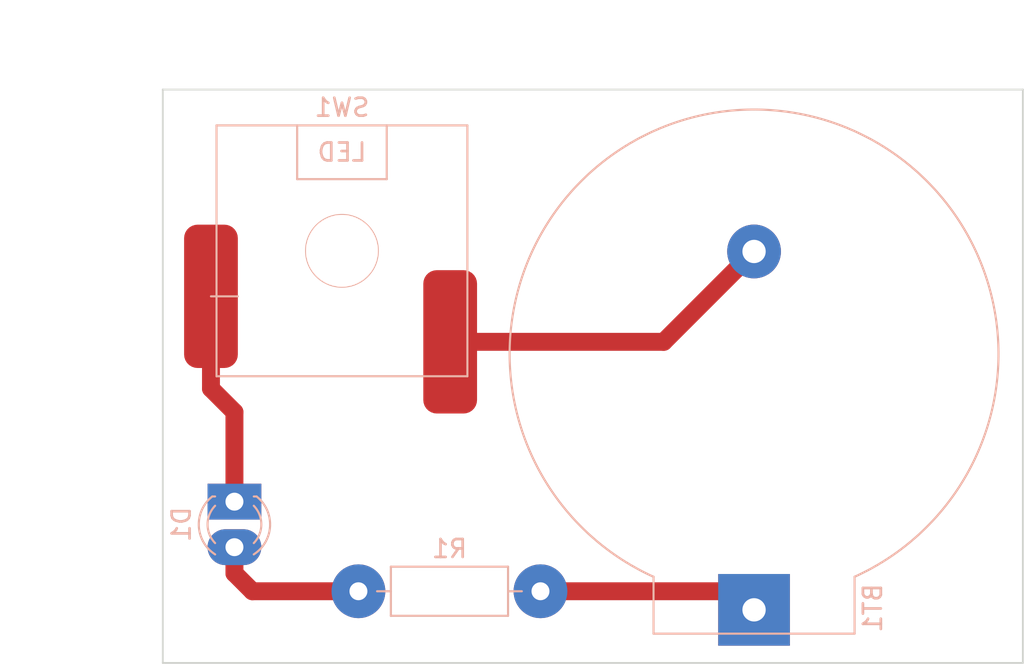
<source format=kicad_pcb>
(kicad_pcb (version 20211014) (generator pcbnew)
  (layers (0 "F.Cu" signal) (31 "B.Cu" signal) (34 "B.Paste" user) (35 "F.Paste" user) (36 "B.SilkS" user "B.Silkscreen") (37 "F.SilkS" user "F.Silkscreen") (38 "B.Mask" user) (39 "F.Mask" user) (44 "Edge.Cuts" user))
  (net 0 "")
  (net 1 "Net-(BT1-Pad1)")
  (net 2 "Net-(D1-Pad2)")
  (net 3 "Net-(D1-Pad1)")
  (net 4 "Net-(BT1-Pad2)")
  (footprint "LED_THT:LED_D3.0mm" (layer "B.Cu") (at 111 96 -90)
    (fp_text reference "D1" (at 1.27 2.96 90) (layer "B.SilkS") (effects (justify mirror)))
    (fp_text value "LED")
    (fp_line (start -0.29 -1.08) (end -0.29 -1.236) (layer "B.SilkS") (width 0.12))
    (fp_line (start -0.29 1.236) (end -0.29 1.08) (layer "B.SilkS") (width 0.12))
    (fp_arc (start 2.942335 1.078608) (mid 1.366487 1.987659) (end -0.29 1.235516) (layer "B.SilkS") (width 0.12))
    (fp_arc (start 2.31113 1.079837) (mid 1.270117 1.5) (end 0.229039 1.08) (layer "B.SilkS") (width 0.12))
    (fp_arc (start -0.29 -1.235516) (mid 1.366487 -1.987659) (end 2.942335 -1.078608) (layer "B.SilkS") (width 0.12))
    (fp_arc (start 0.229039 -1.08) (mid 1.270117 -1.5) (end 2.31113 -1.079837) (layer "B.SilkS") (width 0.12))
    (pad "1" thru_hole rect (at 0 0 270) (size 2 3) (drill 1) (layers *.Cu *.Mask) (net 3 "Net-(D1-Pad1)"))
    (pad "2" thru_hole oval (at 2.54 0 270) (size 2 3) (drill 1) (layers *.Cu *.Mask) (net 2 "Net-(D1-Pad2)"))
  )
  (footprint "Resistor_THT:R_Axial_DIN0207_L6.3mm_D2.5mm_P10.16mm_Horizontal" (layer "B.Cu") (at 128.08 101 180)
    (fp_text reference "R1" (at 5.08 2.37) (layer "B.SilkS") (effects (justify mirror)))
    (fp_text value "R")
    (fp_line (start 8.35 -1.37) (end 8.35 1.37) (layer "B.SilkS") (width 0.12))
    (fp_line (start 9.12 0) (end 8.35 0) (layer "B.SilkS") (width 0.12))
    (fp_line (start 1.81 -1.37) (end 8.35 -1.37) (layer "B.SilkS") (width 0.12))
    (fp_line (start 1.04 0) (end 1.81 0) (layer "B.SilkS") (width 0.12))
    (fp_line (start 8.35 1.37) (end 1.81 1.37) (layer "B.SilkS") (width 0.12))
    (fp_line (start 1.81 1.37) (end 1.81 -1.37) (layer "B.SilkS") (width 0.12))
    (pad "1" thru_hole circle (at 0 0 180) (size 3 3) (drill 1) (layers *.Cu *.Mask) (net 1 "Net-(BT1-Pad1)"))
    (pad "2" thru_hole oval (at 10.16 0 180) (size 3 3) (drill 1) (layers *.Cu *.Mask) (net 2 "Net-(D1-Pad2)"))
  )
  (footprint "Battery:BatteryHolder_ComfortableElectronic_CH273-2450_1x2450" (layer "B.Cu") (at 140 102.036587 90)
    (fp_text reference "BT1" (at 0.1 6.62 90) (layer "B.SilkS") (effects (justify mirror)))
    (fp_text value "Battery_Cell")
    (fp_line (start -1.33 5.61) (end 1.845 5.61) (layer "B.SilkS") (width 0.12))
    (fp_line (start -1.33 -5.61) (end -1.33 5.61) (layer "B.SilkS") (width 0.12))
    (fp_line (start 1.845 -5.61) (end -1.33 -5.61) (layer "B.SilkS") (width 0.12))
    (fp_arc (start 1.845 -5.61) (mid 27.921896 0) (end 1.845 5.61) (layer "B.SilkS") (width 0.12))
    (pad "1" thru_hole rect (at 0 0 180) (size 4 4) (drill 1.3) (layers *.Cu *.Mask) (net 1 "Net-(BT1-Pad1)"))
    (pad "2" thru_hole circle (at 20 0 180) (size 3 3) (drill 1.3) (layers *.Cu *.Mask) (net 4 "Net-(BT1-Pad2)"))
  )
  (footprint "Creadas:Outemy Hot Swap" (layer "B.Cu") (at 117 82 180)
    (fp_text reference "SW1" (at 0 8 unlocked) (layer "B.SilkS") (effects (justify mirror)))
    (fp_text value "Outemu_Switch")
    (fp_text user "LED" (at 0 5.5 unlocked) (layer "B.SilkS") (effects (justify mirror)))
    (fp_line (start -7 7) (end 7 7) (layer "B.SilkS") (width 0.12))
    (fp_line (start 7 -7) (end -7 -7) (layer "B.SilkS") (width 0.12))
    (fp_line (start -2.5 7) (end -2.5 4) (layer "B.SilkS") (width 0.12))
    (fp_line (start -2.5 4) (end 2.5 4) (layer "B.SilkS") (width 0.12))
    (fp_line (start 2.5 4) (end 2.5 7) (layer "B.SilkS") (width 0.12))
    (fp_line (start 5.81 -2.54) (end 7.31 -2.54) (layer "B.SilkS") (width 0.12))
    (fp_line (start -7 7) (end -7 -7) (layer "B.SilkS") (width 0.12))
    (fp_line (start 7 7) (end 7 -7) (layer "B.SilkS") (width 0.12))
    (fp_circle (center 0 0) (end 2 0) (layer "B.SilkS") (width 0.12) (fill none))
    (pad "" np_thru_hole circle (at 0 0 180) (size 4 4) (drill 4) (layers F&B.Cu *.Mask))
    (pad "" np_thru_hole circle (at -2.54 -5.08 180) (size 3 3) (drill 3) (layers F&B.Cu *.Mask))
    (pad "" np_thru_hole circle (at 3.81 -2.54 180) (size 3 3) (drill 3) (layers F&B.Cu *.Mask))
    (pad "1" smd roundrect (at -6.04 -5.08 180) (size 3 8) (layers "F.Cu" "F.Paste" "F.Mask") (net 4 "Net-(BT1-Pad2)"))
    (pad "2" smd roundrect (at 7.31 -2.54 180) (size 3 8) (layers "F.Cu" "F.Paste" "F.Mask") (net 3 "Net-(D1-Pad1)"))
  )
  (gr_line (start 107 73) (end 107 105) (layer "Edge.Cuts") (width 0.1))
  (gr_line (start 155 73) (end 107 73) (layer "Edge.Cuts") (width 0.1))
  (gr_line (start 107 105) (end 155 105) (layer "Edge.Cuts") (width 0.1))
  (gr_line (start 155 105) (end 155 73) (layer "Edge.Cuts") (width 0.1))
  (segment (start 128.08 101) (end 138.963413 101) (width 1) (layer "F.Cu") (net 1))
  (segment (start 138.963413 101) (end 140 102.036587) (width 1) (layer "F.Cu") (net 1))
  (segment (start 111 98.54) (end 111 100) (width 1) (layer "F.Cu") (net 2))
  (segment (start 112 101) (end 117.92 101) (width 1) (layer "F.Cu") (net 2))
  (segment (start 111 100) (end 112 101) (width 1) (layer "F.Cu") (net 2))
  (segment (start 109.69 84.54) (end 109.69 89.69) (width 1) (layer "F.Cu") (net 3))
  (segment (start 109.69 89.69) (end 111 91) (width 1) (layer "F.Cu") (net 3))
  (segment (start 111 91) (end 111 96) (width 1) (layer "F.Cu") (net 3))
  (segment (start 134.956587 87.08) (end 123.04 87.08) (width 1) (layer "F.Cu") (net 4))
  (segment (start 140 82.036587) (end 134.956587 87.08) (width 1) (layer "F.Cu") (net 4))
)
</source>
